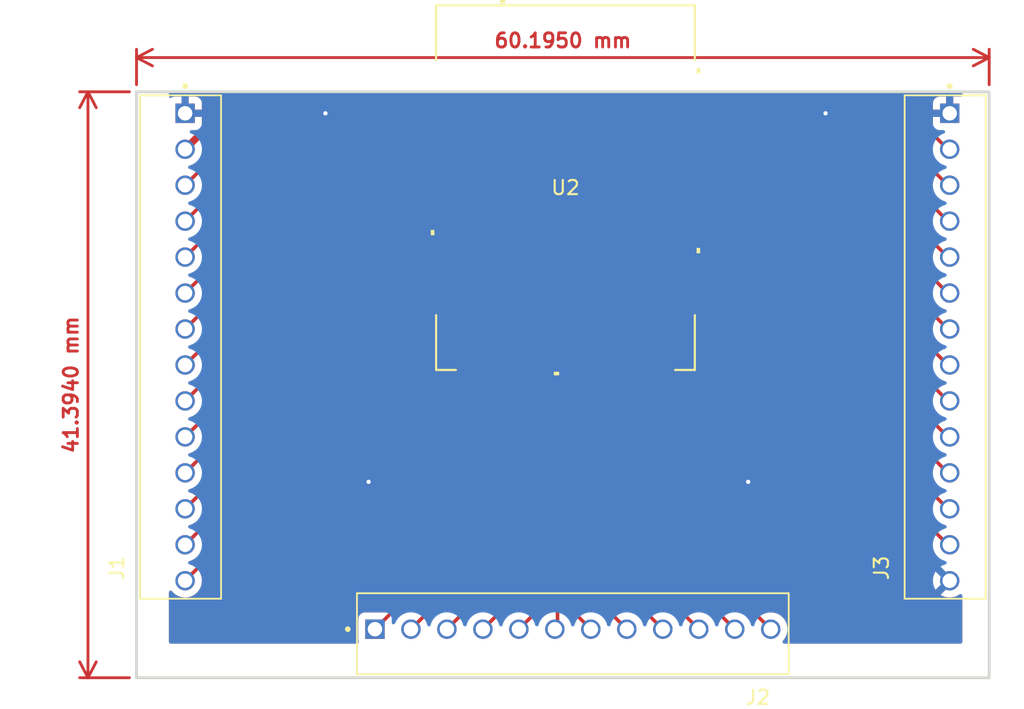
<source format=kicad_pcb>
(kicad_pcb (version 20240108) (generator "pcbnew") (generator_version "8.0")
  (layers (0 "F.Cu" signal) (31 "B.Cu" signal) (34 "B.Paste" user) (35 "F.Paste" user) (36 "B.SilkS" user "B.Silkscreen") (37 "F.SilkS" user "F.Silkscreen") (38 "B.Mask" user) (39 "F.Mask" user) (44 "Edge.Cuts" user))
  (net 0 "")
  (net 1 "Net-(U2-IO7)")
  (net 2 "Net-(U2-IO15)")
  (net 3 "Net-(U2-IO6)")
  (net 4 "Net-(U2-3V3)")
  (net 5 "Net-(U2-EN)")
  (net 6 "Net-(U2-IO16)")
  (net 7 "Net-(U2-IO5)")
  (net 8 "Net-(U2-IO4)")
  (net 9 "Net-(U2-IO17)")
  (net 10 "Net-(U2-IO18)")
  (net 11 "Net-(U2-IO8)")
  (net 12 "Net-(U2-IO20)")
  (net 13 "Net-(U2-IO19)")
  (net 14 "Net-(U2-IO47)")
  (net 15 "Net-(U2-IO48)")
  (net 16 "Net-(U2-IO46)")
  (net 17 "Net-(U2-IO10)")
  (net 18 "Net-(U2-IO13)")
  (net 19 "Net-(U2-IO21)")
  (net 20 "Net-(U2-IO9)")
  (net 21 "Net-(U2-IO45)")
  (net 22 "Net-(U2-IO12)")
  (net 23 "Net-(U2-IO3)")
  (net 24 "Net-(U2-IO11)")
  (net 25 "Net-(U2-IO14)")
  (net 26 "Net-(U2-IO40)")
  (net 27 "Net-(U2-IO36_B)")
  (net 28 "Net-(U2-IO38)")
  (net 29 "Net-(U2-IO0)")
  (net 30 "Net-(U2-TXD0)")
  (net 31 "Net-(U2-IO39)")
  (net 32 "Net-(U2-EPAD)")
  (net 33 "Net-(U2-IO1)")
  (net 34 "Net-(U2-IO37_B)")
  (net 35 "Net-(U2-RXD0)")
  (net 36 "Net-(U2-IO35_B)")
  (net 37 "Net-(U2-IO42)")
  (net 38 "Net-(U2-IO41)")
  (net 39 "Net-(U2-IO2)")
  (footprint "Connector Header Through Hole 12 position 0.100 (2.54mm):Connector Header Through Hole 12 position 0.100 (2.54mm)" (layer "F.Cu") (at 137.989 111.247 180)
    (property "Reference" "J2" (at -27.035 -4.815 180) (layer "F.SilkS"))
    (property "Value" "1-640456-2")
    (fp_line (start 1.27 2.54) (end -29.21 2.54) (stroke (width 0.127)) (layer "F.SilkS"))
    (fp_line (start 1.27 -3.18) (end 1.27 2.54) (stroke (width 0.127)) (layer "F.SilkS"))
    (fp_line (start 1.27 -3.18) (end -29.21 -3.18) (stroke (width 0.127)) (layer "F.SilkS"))
    (fp_line (start -29.21 2.54) (end -29.21 -3.18) (stroke (width 0.127)) (layer "F.SilkS"))
    (fp_circle (center 1.92 0) (end 2.02 0) (stroke (width 0.2)) (fill none) (layer "F.SilkS"))
    (pad "1" thru_hole rect (at 0 0 180) (size 1.37 1.37) (drill 1.02) (layers "*.Cu" "*.Mask") (net 23 "Net-(U2-IO3)"))
    (pad "2" thru_hole circle (at -2.54 0 180) (size 1.37 1.37) (drill 1.02) (layers "*.Cu" "*.Mask") (net 16 "Net-(U2-IO46)"))
    (pad "3" thru_hole circle (at -5.08 0 180) (size 1.37 1.37) (drill 1.02) (layers "*.Cu" "*.Mask") (net 20 "Net-(U2-IO9)"))
    (pad "4" thru_hole circle (at -7.62 0 180) (size 1.37 1.37) (drill 1.02) (layers "*.Cu" "*.Mask") (net 17 "Net-(U2-IO10)"))
    (pad "5" thru_hole circle (at -10.16 0 180) (size 1.37 1.37) (drill 1.02) (layers "*.Cu" "*.Mask") (net 24 "Net-(U2-IO11)"))
    (pad "6" thru_hole circle (at -12.7 0 180) (size 1.37 1.37) (drill 1.02) (layers "*.Cu" "*.Mask") (net 22 "Net-(U2-IO12)"))
    (pad "7" thru_hole circle (at -15.24 0 180) (size 1.37 1.37) (drill 1.02) (layers "*.Cu" "*.Mask") (net 18 "Net-(U2-IO13)"))
    (pad "8" thru_hole circle (at -17.78 0 180) (size 1.37 1.37) (drill 1.02) (layers "*.Cu" "*.Mask") (net 25 "Net-(U2-IO14)"))
    (pad "9" thru_hole circle (at -20.32 0 180) (size 1.37 1.37) (drill 1.02) (layers "*.Cu" "*.Mask") (net 19 "Net-(U2-IO21)"))
    (pad "10" thru_hole circle (at -22.86 0 180) (size 1.37 1.37) (drill 1.02) (layers "*.Cu" "*.Mask") (net 14 "Net-(U2-IO47)"))
    (pad "11" thru_hole circle (at -25.4 0 180) (size 1.37 1.37) (drill 1.02) (layers "*.Cu" "*.Mask") (net 15 "Net-(U2-IO48)"))
    (pad "12" thru_hole circle (at -27.94 0 180) (size 1.37 1.37) (drill 1.02) (layers "*.Cu" "*.Mask") (net 21 "Net-(U2-IO45)"))
  )
  (footprint "Connector Header Through Hole 14 position 0.100 (2.54mm):Connector Header Through Hole 14 position 0.100 (2.54mm)" (layer "F.Cu") (at 178.562 74.803 90)
    (property "Reference" "J3" (at -32.115 -4.815 -90) (layer "F.SilkS"))
    (property "Value" "1-640456-4")
    (fp_line (start 1.27 -3.18) (end -34.29 -3.18) (stroke (width 0.127)) (layer "F.SilkS"))
    (fp_line (start 1.27 -3.18) (end 1.27 2.54) (stroke (width 0.127)) (layer "F.SilkS"))
    (fp_line (start 1.27 2.54) (end -34.29 2.54) (stroke (width 0.127)) (layer "F.SilkS"))
    (fp_line (start -34.29 2.54) (end -34.29 -3.18) (stroke (width 0.127)) (layer "F.SilkS"))
    (fp_circle (center 1.92 0) (end 2.02 0) (stroke (width 0.2)) (fill none) (layer "F.SilkS"))
    (pad "1" thru_hole rect (at 0 0 90) (size 1.37 1.37) (drill 1.02) (layers "*.Cu" "*.Mask") (net 32 "Net-(U2-EPAD)"))
    (pad "2" thru_hole circle (at -2.54 0 90) (size 1.37 1.37) (drill 1.02) (layers "*.Cu" "*.Mask") (net 39 "Net-(U2-IO2)"))
    (pad "3" thru_hole circle (at -5.08 0 90) (size 1.37 1.37) (drill 1.02) (layers "*.Cu" "*.Mask") (net 30 "Net-(U2-TXD0)"))
    (pad "4" thru_hole circle (at -7.62 0 90) (size 1.37 1.37) (drill 1.02) (layers "*.Cu" "*.Mask") (net 35 "Net-(U2-RXD0)"))
    (pad "5" thru_hole circle (at -10.16 0 90) (size 1.37 1.37) (drill 1.02) (layers "*.Cu" "*.Mask") (net 37 "Net-(U2-IO42)"))
    (pad "6" thru_hole circle (at -12.7 0 90) (size 1.37 1.37) (drill 1.02) (layers "*.Cu" "*.Mask") (net 38 "Net-(U2-IO41)"))
    (pad "7" thru_hole circle (at -15.24 0 90) (size 1.37 1.37) (drill 1.02) (layers "*.Cu" "*.Mask") (net 26 "Net-(U2-IO40)"))
    (pad "8" thru_hole circle (at -17.78 0 90) (size 1.37 1.37) (drill 1.02) (layers "*.Cu" "*.Mask") (net 31 "Net-(U2-IO39)"))
    (pad "9" thru_hole circle (at -20.32 0 90) (size 1.37 1.37) (drill 1.02) (layers "*.Cu" "*.Mask") (net 28 "Net-(U2-IO38)"))
    (pad "10" thru_hole circle (at -22.86 0 90) (size 1.37 1.37) (drill 1.02) (layers "*.Cu" "*.Mask") (net 34 "Net-(U2-IO37_B)"))
    (pad "11" thru_hole circle (at -25.4 0 90) (size 1.37 1.37) (drill 1.02) (layers "*.Cu" "*.Mask") (net 27 "Net-(U2-IO36_B)"))
    (pad "12" thru_hole circle (at -27.94 0 90) (size 1.37 1.37) (drill 1.02) (layers "*.Cu" "*.Mask") (net 36 "Net-(U2-IO35_B)"))
    (pad "13" thru_hole circle (at -30.48 0 90) (size 1.37 1.37) (drill 1.02) (layers "*.Cu" "*.Mask") (net 29 "Net-(U2-IO0)"))
    (pad "14" thru_hole circle (at -33.02 0 90) (size 1.37 1.37) (drill 1.02) (layers "*.Cu" "*.Mask") (net 32 "Net-(U2-EPAD)"))
  )
  (footprint "ESP32-S3-WROOM-1_EXP:ESP32-S3-WROOM-1_EXP" (layer "F.Cu") (at 151.4391 80.0567)
    (property "Reference" "U2" (at 0 0 0) (layer "F.SilkS"))
    (property "Value" "ESP32-S3-WROOM-1-N16")
    (fp_line (start -9.1313 -12.8778) (end -9.1313 -9.005239) (stroke (width 0.1524)) (layer "F.SilkS"))
    (fp_line (start -9.1313 9.005239) (end -9.1313 12.8778) (stroke (width 0.1524)) (layer "F.SilkS"))
    (fp_line (start -9.1313 12.8778) (end -7.736718 12.8778) (stroke (width 0.1524)) (layer "F.SilkS"))
    (fp_line (start 7.736718 12.8778) (end 9.1313 12.8778) (stroke (width 0.1524)) (layer "F.SilkS"))
    (fp_line (start 9.1313 -12.8778) (end -9.1313 -12.8778) (stroke (width 0.1524)) (layer "F.SilkS"))
    (fp_line (start 9.1313 -9.005239) (end 9.1313 -12.8778) (stroke (width 0.1524)) (layer "F.SilkS"))
    (fp_line (start 9.1313 12.8778) (end 9.1313 9.005239) (stroke (width 0.1524)) (layer "F.SilkS"))
    (fp_poly (pts (xy -9.508 2.9845) (xy -9.508 3.3655) (xy -9.254 3.3655) (xy -9.254 2.9845)) (fill solid) (layer "F.SilkS"))
    (fp_poly (pts (xy -4.6355 -13.004) (xy -4.6355 -13.258) (xy -4.2545 -13.258) (xy -4.2545 -13.004)) (fill solid) (layer "F.SilkS"))
    (fp_poly (pts (xy -0.8255 13.004) (xy -0.8255 13.258) (xy -0.4445 13.258) (xy -0.4445 13.004)) (fill solid) (layer "F.SilkS"))
    (fp_poly (pts (xy 9.508 -8.4455) (xy 9.508 -8.0645) (xy 9.254 -8.0645) (xy 9.254 -8.4455)) (fill solid) (layer "F.SilkS"))
    (fp_poly (pts (xy 9.508 4.2545) (xy 9.508 4.6355) (xy 9.254 4.6355) (xy 9.254 4.2545)) (fill solid) (layer "F.SilkS"))
    (pad "1" smd rect (at -8.5809 -5.2537 90) (size 0.889 0.8382) (layers "F.Cu" "F.Paste" "F.Mask") (net 32 "Net-(U2-EPAD)"))
    (pad "2" smd rect (at -8.5809 -3.9837 90) (size 0.889 0.8382) (layers "F.Cu" "F.Paste" "F.Mask") (net 4 "Net-(U2-3V3)"))
    (pad "3" smd rect (at -8.5809 -2.7137 90) (size 0.889 0.8382) (layers "F.Cu" "F.Paste" "F.Mask") (net 5 "Net-(U2-EN)"))
    (pad "4" smd rect (at -8.5809 -1.4437 90) (size 0.889 0.8382) (layers "F.Cu" "F.Paste" "F.Mask") (net 8 "Net-(U2-IO4)"))
    (pad "5" smd rect (at -8.5809 -0.1737 90) (size 0.889 0.8382) (layers "F.Cu" "F.Paste" "F.Mask") (net 7 "Net-(U2-IO5)"))
    (pad "6" smd rect (at -8.5809 1.0963 90) (size 0.889 0.8382) (layers "F.Cu" "F.Paste" "F.Mask") (net 3 "Net-(U2-IO6)"))
    (pad "7" smd rect (at -8.5809 2.3663 90) (size 0.889 0.8382) (layers "F.Cu" "F.Paste" "F.Mask") (net 1 "Net-(U2-IO7)"))
    (pad "8" smd rect (at -8.5809 3.6363 90) (size 0.889 0.8382) (layers "F.Cu" "F.Paste" "F.Mask") (net 2 "Net-(U2-IO15)"))
    (pad "9" smd rect (at -8.5809 4.9063 90) (size 0.889 0.8382) (layers "F.Cu" "F.Paste" "F.Mask") (net 6 "Net-(U2-IO16)"))
    (pad "10" smd rect (at -8.5809 6.1763 90) (size 0.889 0.8382) (layers "F.Cu" "F.Paste" "F.Mask") (net 9 "Net-(U2-IO17)"))
    (pad "11" smd rect (at -8.5809 7.4463 90) (size 0.889 0.8382) (layers "F.Cu" "F.Paste" "F.Mask") (net 10 "Net-(U2-IO18)"))
    (pad "12" smd rect (at -8.5809 8.7163 90) (size 0.889 0.8382) (layers "F.Cu" "F.Paste" "F.Mask") (net 11 "Net-(U2-IO8)"))
    (pad "13" smd rect (at -8.5809 9.9863 90) (size 0.889 0.8382) (layers "F.Cu" "F.Paste" "F.Mask") (net 13 "Net-(U2-IO19)"))
    (pad "14" smd rect (at -8.5809 11.2563 90) (size 0.889 0.8382) (layers "F.Cu" "F.Paste" "F.Mask") (net 12 "Net-(U2-IO20)"))
    (pad "15" smd rect (at -6.985 12.3309) (size 0.889 0.8382) (layers "F.Cu" "F.Paste" "F.Mask") (net 23 "Net-(U2-IO3)"))
    (pad "16" smd rect (at -5.715 12.3309) (size 0.889 0.8382) (layers "F.Cu" "F.Paste" "F.Mask") (net 16 "Net-(U2-IO46)"))
    (pad "17" smd rect (at -4.445 12.3309) (size 0.889 0.8382) (layers "F.Cu" "F.Paste" "F.Mask") (net 20 "Net-(U2-IO9)"))
    (pad "18" smd rect (at -3.175 12.3309) (size 0.889 0.8382) (layers "F.Cu" "F.Paste" "F.Mask") (net 17 "Net-(U2-IO10)"))
    (pad "19" smd rect (at -1.905 12.3309) (size 0.889 0.8382) (layers "F.Cu" "F.Paste" "F.Mask") (net 24 "Net-(U2-IO11)"))
    (pad "20" smd rect (at -0.635 12.3309) (size 0.889 0.8382) (layers "F.Cu" "F.Paste" "F.Mask") (net 22 "Net-(U2-IO12)"))
    (pad "21" smd rect (at 0.635 12.3309) (size 0.889 0.8382) (layers "F.Cu" "F.Paste" "F.Mask") (net 18 "Net-(U2-IO13)"))
    (pad "22" smd rect (at 1.905 12.3309) (size 0.889 0.8382) (layers "F.Cu" "F.Paste" "F.Mask") (net 25 "Net-(U2-IO14)"))
    (pad "23" smd rect (at 3.175 12.3309) (size 0.889 0.8382) (layers "F.Cu" "F.Paste" "F.Mask") (net 19 "Net-(U2-IO21)"))
    (pad "24" smd rect (at 4.445 12.3309) (size 0.889 0.8382) (layers "F.Cu" "F.Paste" "F.Mask") (net 14 "Net-(U2-IO47)"))
    (pad "25" smd rect (at 5.715 12.3309) (size 0.889 0.8382) (layers "F.Cu" "F.Paste" "F.Mask") (net 15 "Net-(U2-IO48)"))
    (pad "26" smd rect (at 6.985 12.3309) (size 0.889 0.8382) (layers "F.Cu" "F.Paste" "F.Mask") (net 21 "Net-(U2-IO45)"))
    (pad "27" smd rect (at 8.5809 11.2563 90) (size 0.889 0.8382) (layers "F.Cu" "F.Paste" "F.Mask") (net 29 "Net-(U2-IO0)"))
    (pad "28" smd rect (at 8.5809 9.9863 90) (size 0.889 0.8382) (layers "F.Cu" "F.Paste" "F.Mask") (net 36 "Net-(U2-IO35_B)"))
    (pad "29" smd rect (at 8.5809 8.7163 90) (size 0.889 0.8382) (layers "F.Cu" "F.Paste" "F.Mask") (net 27 "Net-(U2-IO36_B)"))
    (pad "30" smd rect (at 8.5809 7.4463 90) (size 0.889 0.8382) (layers "F.Cu" "F.Paste" "F.Mask") (net 34 "Net-(U2-IO37_B)"))
    (pad "31" smd rect (at 8.5809 6.1763 90) (size 0.889 0.8382) (layers "F.Cu" "F.Paste" "F.Mask") (net 28 "Net-(U2-IO38)"))
    (pad "32" smd rect (at 8.5809 4.9063 90) (size 0.889 0.8382) (layers "F.Cu" "F.Paste" "F.Mask") (net 31 "Net-(U2-IO39)"))
    (pad "33" smd rect (at 8.5809 3.6363 90) (size 0.889 0.8382) (layers "F.Cu" "F.Paste" "F.Mask") (net 26 "Net-(U2-IO40)"))
    (pad "34" smd rect (at 8.5809 2.3663 90) (size 0.889 0.8382) (layers "F.Cu" "F.Paste" "F.Mask") (net 38 "Net-(U2-IO41)"))
    (pad "35" smd rect (at 8.5809 1.0963 90) (size 0.889 0.8382) (layers "F.Cu" "F.Paste" "F.Mask") (net 37 "Net-(U2-IO42)"))
    (pad "36" smd rect (at 8.5809 -0.1737 90) (size 0.889 0.8382) (layers "F.Cu" "F.Paste" "F.Mask") (net 35 "Net-(U2-RXD0)"))
    (pad "37" smd rect (at 8.5809 -1.4437 90) (size 0.889 0.8382) (layers "F.Cu" "F.Paste" "F.Mask") (net 30 "Net-(U2-TXD0)"))
    (pad "38" smd rect (at 8.5809 -2.7137 90) (size 0.889 0.8382) (layers "F.Cu" "F.Paste" "F.Mask") (net 39 "Net-(U2-IO2)"))
    (pad "39" smd rect (at 8.5809 -3.9837 90) (size 0.889 0.8382) (layers "F.Cu" "F.Paste" "F.Mask") (net 33 "Net-(U2-IO1)"))
    (pad "40" smd rect (at 8.5809 -5.2537 90) (size 0.889 0.8382) (layers "F.Cu" "F.Paste" "F.Mask") (net 32 "Net-(U2-EPAD)"))
    (pad "41" smd rect (at -1.495699 2.4608) (size 3.7084 3.7084) (layers "F.Cu" "F.Mask") (net 32 "Net-(U2-EPAD)"))
  )
  (footprint "Connector Header Through Hole 14 position 0.100 (2.54mm):Connector Header Through Hole 14 position 0.100 (2.54mm)" (layer "F.Cu") (at 124.587 74.803 90)
    (property "Reference" "J1" (at -32.115 -4.815 -90) (layer "F.SilkS"))
    (property "Value" "1-640456-4")
    (fp_line (start 1.27 -3.18) (end -34.29 -3.18) (stroke (width 0.127)) (layer "F.SilkS"))
    (fp_line (start 1.27 -3.18) (end 1.27 2.54) (stroke (width 0.127)) (layer "F.SilkS"))
    (fp_line (start 1.27 2.54) (end -34.29 2.54) (stroke (width 0.127)) (layer "F.SilkS"))
    (fp_line (start -34.29 2.54) (end -34.29 -3.18) (stroke (width 0.127)) (layer "F.SilkS"))
    (fp_circle (center 1.92 0) (end 2.02 0) (stroke (width 0.2)) (fill none) (layer "F.SilkS"))
    (pad "1" thru_hole rect (at 0 0 90) (size 1.37 1.37) (drill 1.02) (layers "*.Cu" "*.Mask") (net 32 "Net-(U2-EPAD)"))
    (pad "2" thru_hole circle (at -2.54 0 90) (size 1.37 1.37) (drill 1.02) (layers "*.Cu" "*.Mask") (net 4 "Net-(U2-3V3)"))
    (pad "3" thru_hole circle (at -5.08 0 90) (size 1.37 1.37) (drill 1.02) (layers "*.Cu" "*.Mask") (net 5 "Net-(U2-EN)"))
    (pad "4" thru_hole circle (at -7.62 0 90) (size 1.37 1.37) (drill 1.02) (layers "*.Cu" "*.Mask") (net 8 "Net-(U2-IO4)"))
    (pad "5" thru_hole circle (at -10.16 0 90) (size 1.37 1.37) (drill 1.02) (layers "*.Cu" "*.Mask") (net 7 "Net-(U2-IO5)"))
    (pad "6" thru_hole circle (at -12.7 0 90) (size 1.37 1.37) (drill 1.02) (layers "*.Cu" "*.Mask") (net 3 "Net-(U2-IO6)"))
    (pad "7" thru_hole circle (at -15.24 0 90) (size 1.37 1.37) (drill 1.02) (layers "*.Cu" "*.Mask") (net 1 "Net-(U2-IO7)"))
    (pad "8" thru_hole circle (at -17.78 0 90) (size 1.37 1.37) (drill 1.02) (layers "*.Cu" "*.Mask") (net 2 "Net-(U2-IO15)"))
    (pad "9" thru_hole circle (at -20.32 0 90) (size 1.37 1.37) (drill 1.02) (layers "*.Cu" "*.Mask") (net 6 "Net-(U2-IO16)"))
    (pad "10" thru_hole circle (at -22.86 0 90) (size 1.37 1.37) (drill 1.02) (layers "*.Cu" "*.Mask") (net 9 "Net-(U2-IO17)"))
    (pad "11" thru_hole circle (at -25.4 0 90) (size 1.37 1.37) (drill 1.02) (layers "*.Cu" "*.Mask") (net 10 "Net-(U2-IO18)"))
    (pad "12" thru_hole circle (at -27.94 0 90) (size 1.37 1.37) (drill 1.02) (layers "*.Cu" "*.Mask") (net 11 "Net-(U2-IO8)"))
    (pad "13" thru_hole circle (at -30.48 0 90) (size 1.37 1.37) (drill 1.02) (layers "*.Cu" "*.Mask") (net 13 "Net-(U2-IO19)"))
    (pad "14" thru_hole circle (at -33.02 0 90) (size 1.37 1.37) (drill 1.02) (layers "*.Cu" "*.Mask") (net 12 "Net-(U2-IO20)"))
  )
  (gr_rect (start 121.157 73.283) (end 181.352 114.677) (stroke (width 0.2)) (fill none) (layer "Edge.Cuts"))
  (dimension (type aligned) (layer "F.Cu") (pts (xy 121.157 73.283) (xy 181.352 73.283)) (height -2.417) (gr_text "60.1950 mm" (at 151.2545 69.666 0) (layer "F.Cu") (effects (font (size 1 1) (thickness 0.2)))) (format (prefix "") (suffix "") (units 3) (units_format 1) (precision 4)) (style (thickness 0.2) (arrow_length 1.27) (text_position_mode 0) (extension_height 0.58642) (extension_offset 0.5) keep_text_aligned))
  (dimension (type aligned) (layer "F.Cu") (pts (xy 121.157 73.283) (xy 121.157 114.677)) (height 3.427999) (gr_text "41.3940 mm" (at 116.529001 93.98 90) (layer "F.Cu") (effects (font (size 1 1) (thickness 0.2)))) (format (prefix "") (suffix "") (units 3) (units_format 1) (precision 4)) (style (thickness 0.2) (arrow_length 1.27) (text_position_mode 0) (extension_height 0.58642) (extension_offset 0.5) keep_text_aligned))
  (segment (start 132.314 82.316) (end 142.762 82.316) (width 0.254) (layer "F.Cu") (net 1))
  (segment (start 124.587 90.043) (end 132.314 82.316) (width 0.254) (layer "F.Cu") (net 1))
  (segment (start 133.584 83.586) (end 142.762 83.586) (width 0.254) (layer "F.Cu") (net 2))
  (segment (start 124.587 92.583) (end 133.584 83.586) (width 0.254) (layer "F.Cu") (net 2))
  (segment (start 124.587 87.503) (end 131.044 81.046) (width 0.254) (layer "F.Cu") (net 3))
  (segment (start 131.044 81.046) (end 142.762 81.046) (width 0.254) (layer "F.Cu") (net 3))
  (segment (start 124.587 77.343) (end 125.964 75.966) (width 0.508) (layer "F.Cu") (net 4))
  (segment (start 125.964 75.966) (end 142.762 75.966) (width 0.508) (layer "F.Cu") (net 4))
  (segment (start 124.587 79.883) (end 127.234 77.236) (width 0.254) (layer "F.Cu") (net 5))
  (segment (start 127.234 77.236) (end 142.762 77.236) (width 0.254) (layer "F.Cu") (net 5))
  (segment (start 134.854 84.856) (end 142.762 84.856) (width 0.254) (layer "F.Cu") (net 6))
  (segment (start 124.587 95.123) (end 134.854 84.856) (width 0.254) (layer "F.Cu") (net 6))
  (segment (start 124.587 84.963) (end 129.774 79.776) (width 0.254) (layer "F.Cu") (net 7))
  (segment (start 129.774 79.776) (end 142.762 79.776) (width 0.254) (layer "F.Cu") (net 7))
  (segment (start 128.504 78.506) (end 142.762 78.506) (width 0.254) (layer "F.Cu") (net 8))
  (segment (start 124.587 82.423) (end 128.504 78.506) (width 0.254) (layer "F.Cu") (net 8))
  (segment (start 124.587 97.663) (end 136.124 86.126) (width 0.254) (layer "F.Cu") (net 9))
  (segment (start 136.124 86.126) (end 142.762 86.126) (width 0.254) (layer "F.Cu") (net 9))
  (segment (start 124.587 100.203) (end 137.394 87.396) (width 0.254) (layer "F.Cu") (net 10))
  (segment (start 137.394 87.396) (end 142.762 87.396) (width 0.254) (layer "F.Cu") (net 10))
  (segment (start 138.664 88.666) (end 142.762 88.666) (width 0.254) (layer "F.Cu") (net 11))
  (segment (start 124.587 102.743) (end 138.664 88.666) (width 0.254) (layer "F.Cu") (net 11))
  (segment (start 124.587 107.823) (end 141.204 91.206) (width 0.254) (layer "F.Cu") (net 12))
  (segment (start 141.204 91.206) (end 142.762 91.206) (width 0.254) (layer "F.Cu") (net 12))
  (segment (start 124.587 105.283) (end 139.934 89.936) (width 0.254) (layer "F.Cu") (net 13))
  (segment (start 139.934 89.936) (end 142.762 89.936) (width 0.254) (layer "F.Cu") (net 13))
  (segment (start 155.957 106.355) (end 155.957 92.456) (width 0.254) (layer "F.Cu") (net 14))
  (segment (start 160.849 111.247) (end 155.957 106.355) (width 0.254) (layer "F.Cu") (net 14))
  (segment (start 157.227 105.085) (end 157.227 92.456) (width 0.254) (layer "F.Cu") (net 15))
  (segment (start 163.389 111.247) (end 157.227 105.085) (width 0.254) (layer "F.Cu") (net 15))
  (segment (start 140.529 111.247) (end 145.797 105.979) (width 0.254) (layer "F.Cu") (net 16))
  (segment (start 145.797 105.979) (end 145.797 92.456) (width 0.254) (layer "F.Cu") (net 16))
  (segment (start 145.609 111.247) (end 148.337 108.519) (width 0.254) (layer "F.Cu") (net 17))
  (segment (start 148.337 108.519) (end 148.337 92.456) (width 0.254) (layer "F.Cu") (net 17))
  (segment (start 152.147 110.165) (end 153.229 111.247) (width 0.254) (layer "F.Cu") (net 18))
  (segment (start 152.147 92.456) (end 152.147 110.165) (width 0.254) (layer "F.Cu") (net 18))
  (segment (start 158.309 111.247) (end 154.687 107.625) (width 0.254) (layer "F.Cu") (net 19))
  (segment (start 154.687 107.625) (end 154.687 92.456) (width 0.254) (layer "F.Cu") (net 19))
  (segment (start 147.067 107.249) (end 147.067 92.456) (width 0.254) (layer "F.Cu") (net 20))
  (segment (start 143.069 111.247) (end 147.067 107.249) (width 0.254) (layer "F.Cu") (net 20))
  (segment (start 158.497 103.815) (end 165.929 111.247) (width 0.254) (layer "F.Cu") (net 21))
  (segment (start 158.497 92.456) (end 158.497 103.815) (width 0.254) (layer "F.Cu") (net 21))
  (segment (start 150.877 111.059) (end 150.689 111.247) (width 0.254) (layer "F.Cu") (net 22))
  (segment (start 150.877 92.456) (end 150.877 111.059) (width 0.254) (layer "F.Cu") (net 22))
  (segment (start 144.527 92.456) (end 144.527 104.709) (width 0.254) (layer "F.Cu") (net 23))
  (segment (start 144.527 104.709) (end 137.989 111.247) (width 0.254) (layer "F.Cu") (net 23))
  (segment (start 149.607 109.789) (end 149.607 92.456) (width 0.254) (layer "F.Cu") (net 24))
  (segment (start 148.149 111.247) (end 149.607 109.789) (width 0.254) (layer "F.Cu") (net 24))
  (segment (start 155.769 111.247) (end 153.417 108.895) (width 0.254) (layer "F.Cu") (net 25))
  (segment (start 153.417 108.895) (end 153.417 92.456) (width 0.254) (layer "F.Cu") (net 25))
  (segment (start 169.438 83.586) (end 160.262 83.586) (width 0.254) (layer "F.Cu") (net 26))
  (segment (start 178.435 92.583) (end 169.438 83.586) (width 0.254) (layer "F.Cu") (net 26))
  (segment (start 178.435 102.743) (end 164.358 88.666) (width 0.254) (layer "F.Cu") (net 27))
  (segment (start 164.358 88.666) (end 160.262 88.666) (width 0.254) (layer "F.Cu") (net 27))
  (segment (start 178.435 97.663) (end 166.898 86.126) (width 0.254) (layer "F.Cu") (net 28))
  (segment (start 166.898 86.126) (end 160.262 86.126) (width 0.254) (layer "F.Cu") (net 28))
  (segment (start 160.262 91.206) (end 161.818 91.206) (width 0.254) (layer "F.Cu") (net 29))
  (segment (start 161.818 91.206) (end 178.435 107.823) (width 0.254) (layer "F.Cu") (net 29))
  (segment (start 174.518 78.506) (end 160.262 78.506) (width 0.254) (layer "F.Cu") (net 30))
  (segment (start 178.435 82.423) (end 174.518 78.506) (width 0.254) (layer "F.Cu") (net 30))
  (segment (start 168.168 84.856) (end 160.262 84.856) (width 0.254) (layer "F.Cu") (net 31))
  (segment (start 178.435 95.123) (end 168.168 84.856) (width 0.254) (layer "F.Cu") (net 31))
  (segment (start 155.702 77.724) (end 155.702 77.597) (width 0.254) (layer "F.Cu") (net 32))
  (segment (start 158.623 74.803) (end 160.02 74.803) (width 0.508) (layer "F.Cu") (net 32))
  (segment (start 178.435 74.803) (end 169.799 74.803) (width 0.508) (layer "F.Cu") (net 32))
  (segment (start 169.799 74.803) (end 160.369 74.803) (width 0.508) (layer "F.Cu") (net 32))
  (segment (start 160.369 74.803) (end 160.262 74.696) (width 0.254) (layer "F.Cu") (net 32))
  (segment (start 149.943401 82.5175) (end 152.4325 82.5175) (width 0.508) (layer "F.Cu") (net 32))
  (segment (start 155.702 79.248) (end 155.702 77.724) (width 0.508) (layer "F.Cu") (net 32))
  (segment (start 152.4325 82.5175) (end 155.702 79.248) (width 0.508) (layer "F.Cu") (net 32))
  (segment (start 155.702 77.724) (end 158.623 74.803) (width 0.508) (layer "F.Cu") (net 32))
  (segment (start 160.262 74.696) (end 159.962 74.696) (width 0.254) (layer "F.Cu") (net 32))
  (segment (start 142.655 74.803) (end 142.762 74.696) (width 0.254) (layer "F.Cu") (net 32))
  (segment (start 134.493 74.803) (end 142.655 74.803) (width 0.508) (layer "F.Cu") (net 32))
  (segment (start 124.587 74.803) (end 134.493 74.803) (width 0.508) (layer "F.Cu") (net 32))
  (via (at 169.799 74.803) (size 0.61) (drill 0.3) (layers "F.Cu" "B.Cu") (net 32))
  (via (at 137.541 100.838) (size 0.61) (drill 0.3) (layers "F.Cu" "B.Cu") (net 32))
  (via (at 164.338 100.838) (size 0.61) (drill 0.3) (layers "F.Cu" "B.Cu") (net 32))
  (via (at 134.493 74.803) (size 0.61) (drill 0.3) (layers "F.Cu" "B.Cu") (net 32))
  (segment (start 137.541 100.838) (end 164.338 100.838) (width 0.508) (layer "B.Cu") (net 32))
  (segment (start 164.338 80.264) (end 169.799 74.803) (width 0.508) (layer "B.Cu") (net 32))
  (segment (start 164.338 100.838) (end 164.338 80.264) (width 0.508) (layer "B.Cu") (net 32))
  (segment (start 137.541 100.838) (end 137.541 77.851) (width 0.508) (layer "B.Cu") (net 32))
  (segment (start 137.541 77.851) (end 134.493 74.803) (width 0.508) (layer "B.Cu") (net 32))
  (segment (start 160.262 75.966) (end 177.058 75.966) (width 0.254) (layer "F.Cu") (net 33))
  (segment (start 177.058 75.966) (end 178.435 77.343) (width 0.254) (layer "F.Cu") (net 33))
  (segment (start 165.628 87.396) (end 160.262 87.396) (width 0.254) (layer "F.Cu") (net 34))
  (segment (start 178.435 100.203) (end 165.628 87.396) (width 0.254) (layer "F.Cu") (net 34))
  (segment (start 178.435 84.963) (end 173.248 79.776) (width 0.254) (layer "F.Cu") (net 35))
  (segment (start 173.248 79.776) (end 160.262 79.776) (width 0.254) (layer "F.Cu") (net 35))
  (segment (start 163.088 89.936) (end 160.262 89.936) (width 0.254) (layer "F.Cu") (net 36))
  (segment (start 178.435 105.283) (end 163.088 89.936) (width 0.254) (layer "F.Cu") (net 36))
  (segment (start 178.435 87.503) (end 171.978 81.046) (width 0.254) (layer "F.Cu") (net 37))
  (segment (start 171.978 81.046) (end 160.262 81.046) (width 0.254) (layer "F.Cu") (net 37))
  (segment (start 178.435 90.043) (end 170.708 82.316) (width 0.254) (layer "F.Cu") (net 38))
  (segment (start 170.708 82.316) (end 160.262 82.316) (width 0.254) (layer "F.Cu") (net 38))
  (segment (start 175.788 77.236) (end 160.262 77.236) (width 0.254) (layer "F.Cu") (net 39))
  (segment (start 178.435 79.883) (end 175.788 77.236) (width 0.254) (layer "F.Cu") (net 39))
  (zone (net 32) (net_name "Net-(U2-EPAD)") (layer "F.Cu") (connect_pads (clearance 0.5)) (min_thickness 0.25) (fill yes (thermal_gap 0.5) (thermal_bridge_width 0.5))
    (polygon (pts (xy 123.444 73.279) (xy 179.451 73.279) (xy 179.451 112.268) (xy 123.444 112.268)))
  )
  (zone (net 32) (net_name "Net-(U2-EPAD)") (layer "B.Cu") (connect_pads (clearance 0.5)) (min_thickness 0.25) (fill yes (thermal_gap 0.5) (thermal_bridge_width 0.5))
    (polygon (pts (xy 123.444 73.279) (xy 179.451 73.279) (xy 179.451 112.268) (xy 123.444 112.268)))
  )
)
</source>
